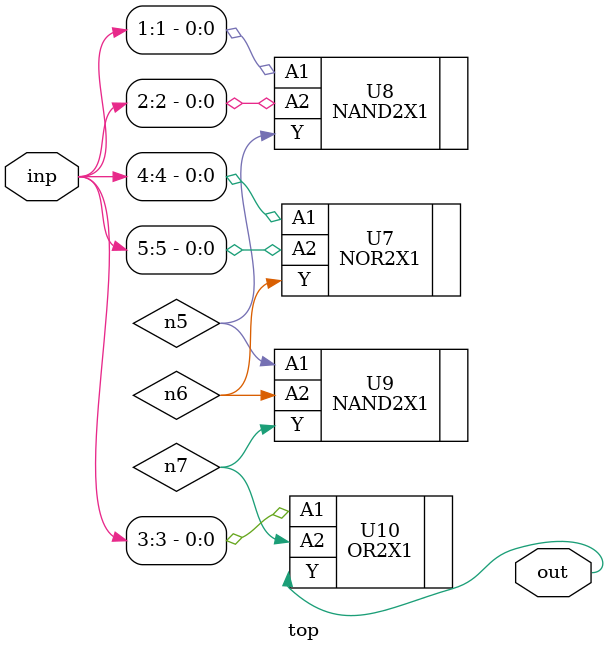
<source format=sv>


module top ( inp, out );
  input [5:0] inp;
  output out;
  wire   n5, n6, n7;

  NOR2X1 U7 ( .A1(inp[4]), .A2(inp[5]), .Y(n6) );
  NAND2X1 U8 ( .A1(inp[1]), .A2(inp[2]), .Y(n5) );
  NAND2X1 U9 ( .A1(n5), .A2(n6), .Y(n7) );
  OR2X1 U10 ( .A1(inp[3]), .A2(n7), .Y(out) );
endmodule


</source>
